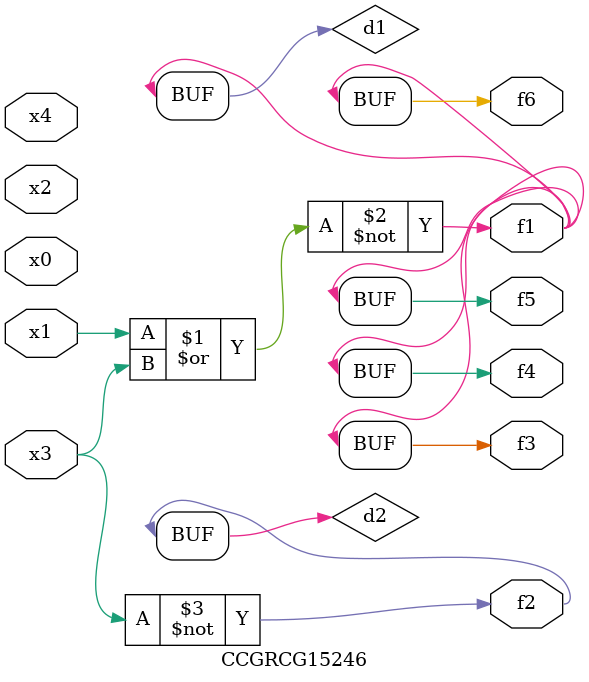
<source format=v>
module CCGRCG15246(
	input x0, x1, x2, x3, x4,
	output f1, f2, f3, f4, f5, f6
);

	wire d1, d2;

	nor (d1, x1, x3);
	not (d2, x3);
	assign f1 = d1;
	assign f2 = d2;
	assign f3 = d1;
	assign f4 = d1;
	assign f5 = d1;
	assign f6 = d1;
endmodule

</source>
